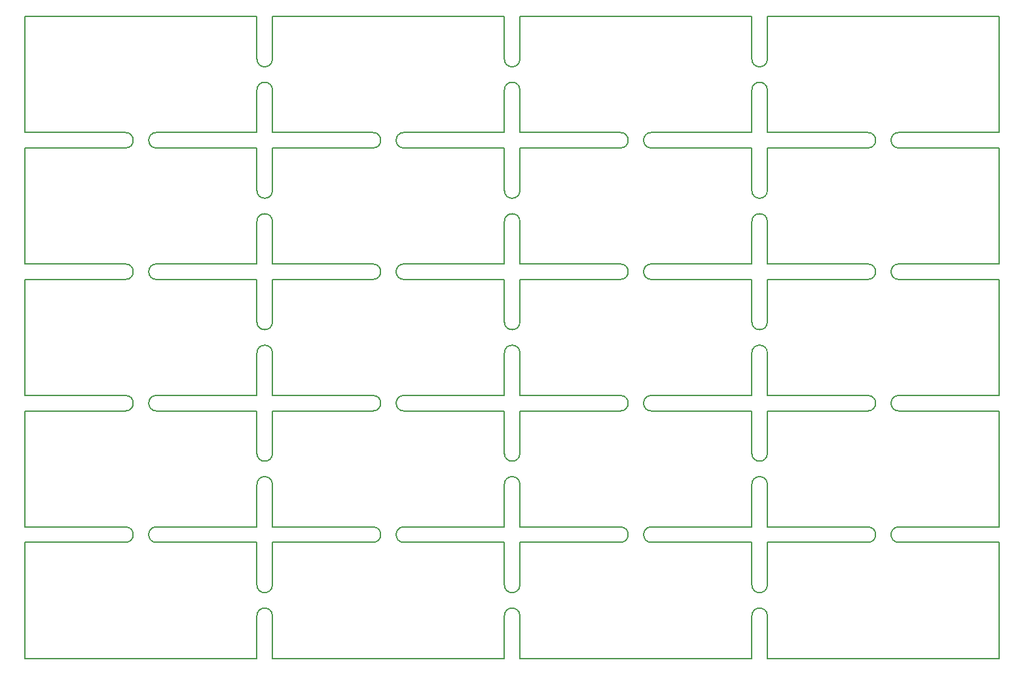
<source format=gbr>
G04 #@! TF.GenerationSoftware,KiCad,Pcbnew,(5.1.5-0-10_14)*
G04 #@! TF.CreationDate,2020-08-30T00:05:12+03:00*
G04 #@! TF.ProjectId,miniRGBii,6d696e69-5247-4426-9969-2e6b69636164,rev?*
G04 #@! TF.SameCoordinates,Original*
G04 #@! TF.FileFunction,Profile,NP*
%FSLAX46Y46*%
G04 Gerber Fmt 4.6, Leading zero omitted, Abs format (unit mm)*
G04 Created by KiCad (PCBNEW (5.1.5-0-10_14)) date 2020-08-30 00:05:12*
%MOMM*%
%LPD*%
G04 APERTURE LIST*
%ADD10C,0.150000*%
G04 APERTURE END LIST*
D10*
X309000000Y-127500000D02*
X309000000Y-131500000D01*
X309000000Y-110500000D02*
X309000000Y-114500000D01*
X309000000Y-93500000D02*
X309000000Y-97500000D01*
X309000000Y-76500000D02*
X309000000Y-80500000D01*
X309000000Y-59500000D02*
X309000000Y-63500000D01*
X292000000Y-54000000D02*
X296000000Y-54000000D01*
X260000000Y-54000000D02*
X264000000Y-54000000D01*
X228000000Y-54000000D02*
X232000000Y-54000000D01*
X196000000Y-54000000D02*
X200000000Y-54000000D01*
X183000000Y-127500000D02*
X183000000Y-131500000D01*
X183000000Y-110500000D02*
X183000000Y-114500000D01*
X183000000Y-93500000D02*
X183000000Y-97500000D01*
X183000000Y-76500000D02*
X183000000Y-80500000D01*
X183000000Y-59500000D02*
X183000000Y-63500000D01*
X292000000Y-137000000D02*
X296000000Y-137000000D01*
X260000000Y-137000000D02*
X264000000Y-137000000D01*
X228000000Y-137000000D02*
X232000000Y-137000000D01*
X196000000Y-137000000D02*
X200000000Y-137000000D01*
X279000000Y-122000000D02*
X279000000Y-127500000D01*
X247000000Y-122000000D02*
X247000000Y-127500000D01*
X215000000Y-122000000D02*
X215000000Y-127500000D01*
X183000000Y-122000000D02*
X183000000Y-127500000D01*
X279000000Y-105000000D02*
X279000000Y-110500000D01*
X247000000Y-105000000D02*
X247000000Y-110500000D01*
X215000000Y-105000000D02*
X215000000Y-110500000D01*
X183000000Y-105000000D02*
X183000000Y-110500000D01*
X279000000Y-88000000D02*
X279000000Y-93500000D01*
X247000000Y-88000000D02*
X247000000Y-93500000D01*
X215000000Y-88000000D02*
X215000000Y-93500000D01*
X183000000Y-88000000D02*
X183000000Y-93500000D01*
X279000000Y-71000000D02*
X279000000Y-76500000D01*
X247000000Y-71000000D02*
X247000000Y-76500000D01*
X215000000Y-71000000D02*
X215000000Y-76500000D01*
X183000000Y-71000000D02*
X183000000Y-76500000D01*
X279000000Y-54000000D02*
X279000000Y-59500000D01*
X247000000Y-54000000D02*
X247000000Y-59500000D01*
X215000000Y-54000000D02*
X215000000Y-59500000D01*
X296000000Y-122000000D02*
G75*
G02X296000000Y-120000000I0J1000000D01*
G01*
X264000000Y-122000000D02*
G75*
G02X264000000Y-120000000I0J1000000D01*
G01*
X232000000Y-122000000D02*
G75*
G02X232000000Y-120000000I0J1000000D01*
G01*
X200000000Y-122000000D02*
G75*
G02X200000000Y-120000000I0J1000000D01*
G01*
X296000000Y-105000000D02*
G75*
G02X296000000Y-103000000I0J1000000D01*
G01*
X264000000Y-105000000D02*
G75*
G02X264000000Y-103000000I0J1000000D01*
G01*
X232000000Y-105000000D02*
G75*
G02X232000000Y-103000000I0J1000000D01*
G01*
X200000000Y-105000000D02*
G75*
G02X200000000Y-103000000I0J1000000D01*
G01*
X296000000Y-88000000D02*
G75*
G02X296000000Y-86000000I0J1000000D01*
G01*
X264000000Y-88000000D02*
G75*
G02X264000000Y-86000000I0J1000000D01*
G01*
X232000000Y-88000000D02*
G75*
G02X232000000Y-86000000I0J1000000D01*
G01*
X200000000Y-88000000D02*
G75*
G02X200000000Y-86000000I0J1000000D01*
G01*
X296000000Y-71000000D02*
G75*
G02X296000000Y-69000000I0J1000000D01*
G01*
X264000000Y-71000000D02*
G75*
G02X264000000Y-69000000I0J1000000D01*
G01*
X232000000Y-71000000D02*
G75*
G02X232000000Y-69000000I0J1000000D01*
G01*
X309000000Y-127500000D02*
X309000000Y-122000000D01*
X277000000Y-127500000D02*
X277000000Y-122000000D01*
X245000000Y-127500000D02*
X245000000Y-122000000D01*
X213000000Y-127500000D02*
X213000000Y-122000000D01*
X309000000Y-110500000D02*
X309000000Y-105000000D01*
X277000000Y-110500000D02*
X277000000Y-105000000D01*
X245000000Y-110500000D02*
X245000000Y-105000000D01*
X213000000Y-110500000D02*
X213000000Y-105000000D01*
X309000000Y-93500000D02*
X309000000Y-88000000D01*
X277000000Y-93500000D02*
X277000000Y-88000000D01*
X245000000Y-93500000D02*
X245000000Y-88000000D01*
X213000000Y-93500000D02*
X213000000Y-88000000D01*
X309000000Y-76500000D02*
X309000000Y-71000000D01*
X277000000Y-76500000D02*
X277000000Y-71000000D01*
X245000000Y-76500000D02*
X245000000Y-71000000D01*
X213000000Y-76500000D02*
X213000000Y-71000000D01*
X309000000Y-59500000D02*
X309000000Y-54000000D01*
X277000000Y-59500000D02*
X277000000Y-54000000D01*
X245000000Y-59500000D02*
X245000000Y-54000000D01*
X309000000Y-137000000D02*
X309000000Y-131500000D01*
X277000000Y-137000000D02*
X277000000Y-131500000D01*
X245000000Y-137000000D02*
X245000000Y-131500000D01*
X213000000Y-137000000D02*
X213000000Y-131500000D01*
X309000000Y-120000000D02*
X309000000Y-114500000D01*
X277000000Y-120000000D02*
X277000000Y-114500000D01*
X245000000Y-120000000D02*
X245000000Y-114500000D01*
X213000000Y-120000000D02*
X213000000Y-114500000D01*
X309000000Y-103000000D02*
X309000000Y-97500000D01*
X277000000Y-103000000D02*
X277000000Y-97500000D01*
X245000000Y-103000000D02*
X245000000Y-97500000D01*
X213000000Y-103000000D02*
X213000000Y-97500000D01*
X309000000Y-86000000D02*
X309000000Y-80500000D01*
X277000000Y-86000000D02*
X277000000Y-80500000D01*
X245000000Y-86000000D02*
X245000000Y-80500000D01*
X213000000Y-86000000D02*
X213000000Y-80500000D01*
X309000000Y-69000000D02*
X309000000Y-63500000D01*
X277000000Y-69000000D02*
X277000000Y-63500000D01*
X245000000Y-69000000D02*
X245000000Y-63500000D01*
X279000000Y-137000000D02*
X292000000Y-137000000D01*
X247000000Y-137000000D02*
X260000000Y-137000000D01*
X215000000Y-137000000D02*
X228000000Y-137000000D01*
X183000000Y-137000000D02*
X196000000Y-137000000D01*
X279000000Y-120000000D02*
X292000000Y-120000000D01*
X247000000Y-120000000D02*
X260000000Y-120000000D01*
X215000000Y-120000000D02*
X228000000Y-120000000D01*
X183000000Y-120000000D02*
X196000000Y-120000000D01*
X279000000Y-103000000D02*
X292000000Y-103000000D01*
X247000000Y-103000000D02*
X260000000Y-103000000D01*
X215000000Y-103000000D02*
X228000000Y-103000000D01*
X183000000Y-103000000D02*
X196000000Y-103000000D01*
X279000000Y-86000000D02*
X292000000Y-86000000D01*
X247000000Y-86000000D02*
X260000000Y-86000000D01*
X215000000Y-86000000D02*
X228000000Y-86000000D01*
X183000000Y-86000000D02*
X196000000Y-86000000D01*
X279000000Y-69000000D02*
X292000000Y-69000000D01*
X247000000Y-69000000D02*
X260000000Y-69000000D01*
X215000000Y-69000000D02*
X228000000Y-69000000D01*
X277000000Y-127500000D02*
G75*
G03X279000000Y-127500000I1000000J0D01*
G01*
X245000000Y-127500000D02*
G75*
G03X247000000Y-127500000I1000000J0D01*
G01*
X213000000Y-127500000D02*
G75*
G03X215000000Y-127500000I1000000J0D01*
G01*
X277000000Y-110500000D02*
G75*
G03X279000000Y-110500000I1000000J0D01*
G01*
X245000000Y-110500000D02*
G75*
G03X247000000Y-110500000I1000000J0D01*
G01*
X213000000Y-110500000D02*
G75*
G03X215000000Y-110500000I1000000J0D01*
G01*
X277000000Y-93500000D02*
G75*
G03X279000000Y-93500000I1000000J0D01*
G01*
X245000000Y-93500000D02*
G75*
G03X247000000Y-93500000I1000000J0D01*
G01*
X213000000Y-93500000D02*
G75*
G03X215000000Y-93500000I1000000J0D01*
G01*
X277000000Y-76500000D02*
G75*
G03X279000000Y-76500000I1000000J0D01*
G01*
X245000000Y-76500000D02*
G75*
G03X247000000Y-76500000I1000000J0D01*
G01*
X213000000Y-76500000D02*
G75*
G03X215000000Y-76500000I1000000J0D01*
G01*
X277000000Y-59500000D02*
G75*
G03X279000000Y-59500000I1000000J0D01*
G01*
X245000000Y-59500000D02*
G75*
G03X247000000Y-59500000I1000000J0D01*
G01*
X213000000Y-59500000D02*
G75*
G03X215000000Y-59500000I1000000J0D01*
G01*
X309000000Y-122000000D02*
X296000000Y-122000000D01*
X277000000Y-122000000D02*
X264000000Y-122000000D01*
X245000000Y-122000000D02*
X232000000Y-122000000D01*
X213000000Y-122000000D02*
X200000000Y-122000000D01*
X309000000Y-105000000D02*
X296000000Y-105000000D01*
X277000000Y-105000000D02*
X264000000Y-105000000D01*
X245000000Y-105000000D02*
X232000000Y-105000000D01*
X213000000Y-105000000D02*
X200000000Y-105000000D01*
X309000000Y-88000000D02*
X296000000Y-88000000D01*
X277000000Y-88000000D02*
X264000000Y-88000000D01*
X245000000Y-88000000D02*
X232000000Y-88000000D01*
X213000000Y-88000000D02*
X200000000Y-88000000D01*
X309000000Y-71000000D02*
X296000000Y-71000000D01*
X277000000Y-71000000D02*
X264000000Y-71000000D01*
X245000000Y-71000000D02*
X232000000Y-71000000D01*
X213000000Y-71000000D02*
X200000000Y-71000000D01*
X309000000Y-54000000D02*
X296000000Y-54000000D01*
X277000000Y-54000000D02*
X264000000Y-54000000D01*
X245000000Y-54000000D02*
X232000000Y-54000000D01*
X309000000Y-137000000D02*
X296000000Y-137000000D01*
X277000000Y-137000000D02*
X264000000Y-137000000D01*
X245000000Y-137000000D02*
X232000000Y-137000000D01*
X213000000Y-137000000D02*
X200000000Y-137000000D01*
X309000000Y-120000000D02*
X296000000Y-120000000D01*
X277000000Y-120000000D02*
X264000000Y-120000000D01*
X245000000Y-120000000D02*
X232000000Y-120000000D01*
X213000000Y-120000000D02*
X200000000Y-120000000D01*
X309000000Y-103000000D02*
X296000000Y-103000000D01*
X277000000Y-103000000D02*
X264000000Y-103000000D01*
X245000000Y-103000000D02*
X232000000Y-103000000D01*
X213000000Y-103000000D02*
X200000000Y-103000000D01*
X309000000Y-86000000D02*
X296000000Y-86000000D01*
X277000000Y-86000000D02*
X264000000Y-86000000D01*
X245000000Y-86000000D02*
X232000000Y-86000000D01*
X213000000Y-86000000D02*
X200000000Y-86000000D01*
X309000000Y-69000000D02*
X296000000Y-69000000D01*
X277000000Y-69000000D02*
X264000000Y-69000000D01*
X245000000Y-69000000D02*
X232000000Y-69000000D01*
X292000000Y-122000000D02*
X279000000Y-122000000D01*
X260000000Y-122000000D02*
X247000000Y-122000000D01*
X228000000Y-122000000D02*
X215000000Y-122000000D01*
X196000000Y-122000000D02*
X183000000Y-122000000D01*
X292000000Y-105000000D02*
X279000000Y-105000000D01*
X260000000Y-105000000D02*
X247000000Y-105000000D01*
X228000000Y-105000000D02*
X215000000Y-105000000D01*
X196000000Y-105000000D02*
X183000000Y-105000000D01*
X292000000Y-88000000D02*
X279000000Y-88000000D01*
X260000000Y-88000000D02*
X247000000Y-88000000D01*
X228000000Y-88000000D02*
X215000000Y-88000000D01*
X196000000Y-88000000D02*
X183000000Y-88000000D01*
X292000000Y-71000000D02*
X279000000Y-71000000D01*
X260000000Y-71000000D02*
X247000000Y-71000000D01*
X228000000Y-71000000D02*
X215000000Y-71000000D01*
X196000000Y-71000000D02*
X183000000Y-71000000D01*
X292000000Y-54000000D02*
X279000000Y-54000000D01*
X260000000Y-54000000D02*
X247000000Y-54000000D01*
X228000000Y-54000000D02*
X215000000Y-54000000D01*
X292000000Y-120000000D02*
G75*
G02X292000000Y-122000000I0J-1000000D01*
G01*
X260000000Y-120000000D02*
G75*
G02X260000000Y-122000000I0J-1000000D01*
G01*
X228000000Y-120000000D02*
G75*
G02X228000000Y-122000000I0J-1000000D01*
G01*
X196000000Y-120000000D02*
G75*
G02X196000000Y-122000000I0J-1000000D01*
G01*
X292000000Y-103000000D02*
G75*
G02X292000000Y-105000000I0J-1000000D01*
G01*
X260000000Y-103000000D02*
G75*
G02X260000000Y-105000000I0J-1000000D01*
G01*
X228000000Y-103000000D02*
G75*
G02X228000000Y-105000000I0J-1000000D01*
G01*
X196000000Y-103000000D02*
G75*
G02X196000000Y-105000000I0J-1000000D01*
G01*
X292000000Y-86000000D02*
G75*
G02X292000000Y-88000000I0J-1000000D01*
G01*
X260000000Y-86000000D02*
G75*
G02X260000000Y-88000000I0J-1000000D01*
G01*
X228000000Y-86000000D02*
G75*
G02X228000000Y-88000000I0J-1000000D01*
G01*
X196000000Y-86000000D02*
G75*
G02X196000000Y-88000000I0J-1000000D01*
G01*
X292000000Y-69000000D02*
G75*
G02X292000000Y-71000000I0J-1000000D01*
G01*
X260000000Y-69000000D02*
G75*
G02X260000000Y-71000000I0J-1000000D01*
G01*
X228000000Y-69000000D02*
G75*
G02X228000000Y-71000000I0J-1000000D01*
G01*
X279000000Y-137000000D02*
X279000000Y-131500000D01*
X247000000Y-137000000D02*
X247000000Y-131500000D01*
X215000000Y-137000000D02*
X215000000Y-131500000D01*
X183000000Y-137000000D02*
X183000000Y-131500000D01*
X279000000Y-120000000D02*
X279000000Y-114500000D01*
X247000000Y-120000000D02*
X247000000Y-114500000D01*
X215000000Y-120000000D02*
X215000000Y-114500000D01*
X183000000Y-120000000D02*
X183000000Y-114500000D01*
X279000000Y-103000000D02*
X279000000Y-97500000D01*
X247000000Y-103000000D02*
X247000000Y-97500000D01*
X215000000Y-103000000D02*
X215000000Y-97500000D01*
X183000000Y-103000000D02*
X183000000Y-97500000D01*
X279000000Y-86000000D02*
X279000000Y-80500000D01*
X247000000Y-86000000D02*
X247000000Y-80500000D01*
X215000000Y-86000000D02*
X215000000Y-80500000D01*
X183000000Y-86000000D02*
X183000000Y-80500000D01*
X279000000Y-69000000D02*
X279000000Y-63500000D01*
X247000000Y-69000000D02*
X247000000Y-63500000D01*
X215000000Y-69000000D02*
X215000000Y-63500000D01*
X277000000Y-131500000D02*
G75*
G02X279000000Y-131500000I1000000J0D01*
G01*
X245000000Y-131500000D02*
G75*
G02X247000000Y-131500000I1000000J0D01*
G01*
X213000000Y-131500000D02*
G75*
G02X215000000Y-131500000I1000000J0D01*
G01*
X277000000Y-114500000D02*
G75*
G02X279000000Y-114500000I1000000J0D01*
G01*
X245000000Y-114500000D02*
G75*
G02X247000000Y-114500000I1000000J0D01*
G01*
X213000000Y-114500000D02*
G75*
G02X215000000Y-114500000I1000000J0D01*
G01*
X277000000Y-97500000D02*
G75*
G02X279000000Y-97500000I1000000J0D01*
G01*
X245000000Y-97500000D02*
G75*
G02X247000000Y-97500000I1000000J0D01*
G01*
X213000000Y-97500000D02*
G75*
G02X215000000Y-97500000I1000000J0D01*
G01*
X277000000Y-80500000D02*
G75*
G02X279000000Y-80500000I1000000J0D01*
G01*
X245000000Y-80500000D02*
G75*
G02X247000000Y-80500000I1000000J0D01*
G01*
X213000000Y-80500000D02*
G75*
G02X215000000Y-80500000I1000000J0D01*
G01*
X277000000Y-63500000D02*
G75*
G02X279000000Y-63500000I1000000J0D01*
G01*
X245000000Y-63500000D02*
G75*
G02X247000000Y-63500000I1000000J0D01*
G01*
X213000000Y-63500000D02*
G75*
G02X215000000Y-63500000I1000000J0D01*
G01*
X213000000Y-59500000D02*
X213000000Y-54000000D01*
X213000000Y-54000000D02*
X200000000Y-54000000D01*
X213000000Y-69000000D02*
X200000000Y-69000000D01*
X196000000Y-69000000D02*
G75*
G02X196000000Y-71000000I0J-1000000D01*
G01*
X200000000Y-71000000D02*
G75*
G02X200000000Y-69000000I0J1000000D01*
G01*
X183000000Y-69000000D02*
X183000000Y-63500000D01*
X183000000Y-54000000D02*
X183000000Y-59500000D01*
X196000000Y-54000000D02*
X183000000Y-54000000D01*
X183000000Y-69000000D02*
X196000000Y-69000000D01*
X213000000Y-69000000D02*
X213000000Y-63500000D01*
M02*

</source>
